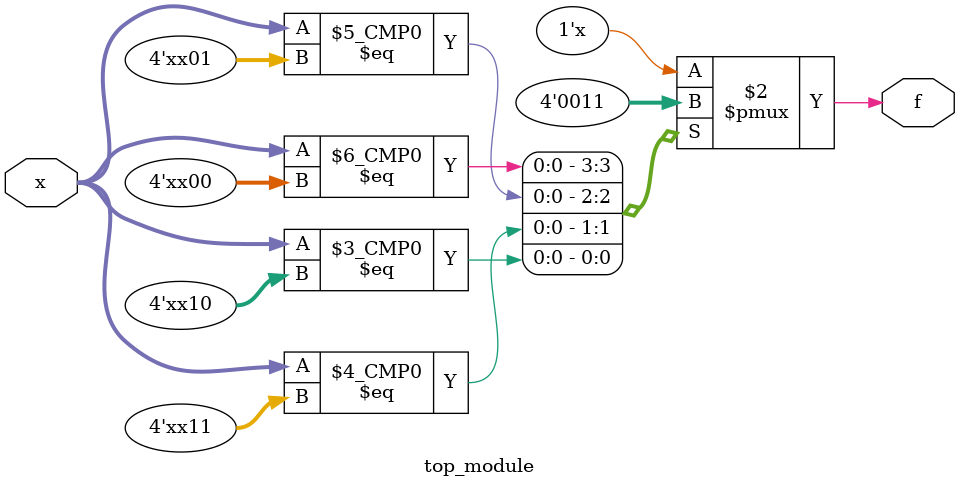
<source format=sv>
module top_module (
	input [4:1] x,
	output logic f
);

always_comb begin
    case(x)
        4'bxx00: f = 1'b0;
        4'bxx01: f = 1'b0;
        4'bxx11: f = 1'b1;
        4'bxx10: f = 1'b1;
        4'b00xx: f = 1'b0;
        4'b01xx: f = 1'b1;
        4'b11xx: f = 1'b1;
        4'b10xx: f = 1'b0;
        default: f = 1'bx; // Don't care
    endcase
end

endmodule

</source>
